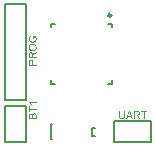
<source format=gto>
%FSLAX25Y25*%
%MOIN*%
G70*
G01*
G75*
G04 Layer_Color=65535*
%ADD10R,0.12992X0.12992*%
%ADD11O,0.02756X0.00984*%
%ADD12O,0.00984X0.02756*%
%ADD13R,0.02953X0.03543*%
%ADD14R,0.02362X0.02362*%
%ADD15R,0.04134X0.05906*%
%ADD16R,0.02362X0.02362*%
%ADD17R,0.04724X0.02362*%
%ADD18C,0.00600*%
%ADD19C,0.01000*%
%ADD20C,0.00800*%
%ADD21C,0.02000*%
%ADD22R,0.01575X0.00192*%
%ADD23R,0.00353X0.00189*%
%ADD24C,0.03937*%
%ADD25R,0.03937X0.03937*%
%ADD26R,0.03937X0.03937*%
%ADD27C,0.02400*%
%ADD28C,0.04000*%
%ADD29R,0.13000X0.57500*%
%ADD30C,0.04362*%
G04:AMPARAMS|DCode=31|XSize=47.622mil|YSize=47.622mil|CornerRadius=0mil|HoleSize=0mil|Usage=FLASHONLY|Rotation=0.000|XOffset=0mil|YOffset=0mil|HoleType=Round|Shape=Relief|Width=10mil|Gap=4mil|Entries=4|*
%AMTHD31*
7,0,0,0.04762,0.03962,0.01000,45*
%
%ADD31THD31*%
%ADD32C,0.03200*%
G04:AMPARAMS|DCode=33|XSize=36mil|YSize=36mil|CornerRadius=0mil|HoleSize=0mil|Usage=FLASHONLY|Rotation=0.000|XOffset=0mil|YOffset=0mil|HoleType=Round|Shape=Relief|Width=10mil|Gap=4mil|Entries=4|*
%AMTHD33*
7,0,0,0.03600,0.02800,0.01000,45*
%
%ADD33THD33*%
%ADD34R,0.10000X0.04000*%
%ADD35O,0.01181X0.03150*%
%ADD36O,0.03150X0.01181*%
%ADD37R,0.07480X0.04331*%
%ADD38R,0.00503X0.00180*%
%ADD39R,0.00237X0.00346*%
%ADD40R,0.00628X0.00256*%
%ADD41R,0.00542X0.00559*%
%ADD42R,0.00369X0.00562*%
%ADD43C,0.00984*%
%ADD44C,0.00787*%
G36*
X813233Y395950D02*
X813261Y395946D01*
X813296Y395942D01*
X813331Y395938D01*
X813370Y395927D01*
X813459Y395903D01*
X813549Y395864D01*
X813596Y395841D01*
X813643Y395813D01*
X813690Y395782D01*
X813733Y395743D01*
X813736Y395739D01*
X813740Y395732D01*
X813752Y395720D01*
X813768Y395704D01*
X813783Y395677D01*
X813803Y395650D01*
X813822Y395615D01*
X813842Y395572D01*
X813865Y395525D01*
X813885Y395470D01*
X813904Y395408D01*
X813920Y395342D01*
X813935Y395264D01*
X813947Y395182D01*
X813951Y395092D01*
X813955Y394994D01*
Y394339D01*
X815000D01*
Y394000D01*
X812438D01*
Y394963D01*
Y394967D01*
Y394975D01*
Y394987D01*
Y395006D01*
Y395049D01*
X812442Y395108D01*
X812446Y395170D01*
X812449Y395236D01*
X812457Y395299D01*
X812465Y395353D01*
Y395357D01*
Y395361D01*
X812473Y395385D01*
X812481Y395420D01*
X812492Y395462D01*
X812508Y395513D01*
X812527Y395564D01*
X812555Y395619D01*
X812586Y395669D01*
X812590Y395673D01*
X812601Y395693D01*
X812621Y395716D01*
X812648Y395743D01*
X812683Y395775D01*
X812726Y395810D01*
X812773Y395845D01*
X812832Y395876D01*
X812839Y395880D01*
X812859Y395888D01*
X812890Y395899D01*
X812933Y395915D01*
X812984Y395931D01*
X813042Y395942D01*
X813109Y395950D01*
X813179Y395954D01*
X813210D01*
X813233Y395950D01*
D02*
G37*
G36*
X815000Y398220D02*
X814470Y397881D01*
X814466D01*
X814458Y397873D01*
X814446Y397865D01*
X814431Y397857D01*
X814392Y397830D01*
X814341Y397795D01*
X814282Y397756D01*
X814224Y397713D01*
X814169Y397674D01*
X814119Y397635D01*
X814115Y397631D01*
X814099Y397619D01*
X814076Y397600D01*
X814048Y397580D01*
X813994Y397522D01*
X813966Y397494D01*
X813947Y397463D01*
X813943Y397459D01*
X813939Y397451D01*
X813931Y397436D01*
X813920Y397416D01*
X813896Y397370D01*
X813877Y397311D01*
Y397307D01*
X813873Y397299D01*
Y397284D01*
X813869Y397264D01*
X813865Y397237D01*
Y397206D01*
X813861Y397167D01*
Y397120D01*
Y396730D01*
X815000D01*
Y396391D01*
X812438D01*
Y397526D01*
Y397530D01*
Y397541D01*
Y397557D01*
Y397580D01*
X812442Y397611D01*
Y397643D01*
X812446Y397721D01*
X812453Y397802D01*
X812469Y397888D01*
X812484Y397970D01*
X812496Y398009D01*
X812508Y398044D01*
Y398048D01*
X812512Y398052D01*
X812520Y398076D01*
X812539Y398107D01*
X812566Y398146D01*
X812598Y398193D01*
X812640Y398239D01*
X812691Y398286D01*
X812754Y398329D01*
X812761Y398333D01*
X812785Y398345D01*
X812820Y398364D01*
X812867Y398384D01*
X812925Y398403D01*
X812992Y398423D01*
X813062Y398434D01*
X813140Y398438D01*
X813167D01*
X813186Y398434D01*
X813210D01*
X813237Y398430D01*
X813300Y398415D01*
X813374Y398395D01*
X813448Y398364D01*
X813526Y398317D01*
X813565Y398290D01*
X813600Y398259D01*
X813608Y398251D01*
X813616Y398239D01*
X813631Y398228D01*
X813643Y398208D01*
X813662Y398185D01*
X813678Y398157D01*
X813697Y398126D01*
X813717Y398091D01*
X813736Y398048D01*
X813756Y398005D01*
X813775Y397955D01*
X813795Y397904D01*
X813811Y397845D01*
X813822Y397783D01*
X813834Y397717D01*
X813838Y397725D01*
X813846Y397740D01*
X813857Y397763D01*
X813873Y397791D01*
X813916Y397857D01*
X813939Y397892D01*
X813963Y397920D01*
X813970Y397927D01*
X813986Y397947D01*
X814017Y397974D01*
X814056Y398009D01*
X814107Y398052D01*
X814165Y398099D01*
X814232Y398150D01*
X814306Y398200D01*
X815000Y398645D01*
Y398220D01*
D02*
G37*
G36*
X813791Y401309D02*
X813826D01*
X813865Y401305D01*
X813908Y401301D01*
X813959Y401293D01*
X814068Y401273D01*
X814185Y401246D01*
X814306Y401207D01*
X814423Y401153D01*
X814427D01*
X814435Y401145D01*
X814450Y401137D01*
X814474Y401125D01*
X814497Y401106D01*
X814528Y401086D01*
X814594Y401040D01*
X814668Y400977D01*
X814746Y400899D01*
X814821Y400809D01*
X814887Y400708D01*
Y400704D01*
X814895Y400696D01*
X814902Y400681D01*
X814910Y400657D01*
X814922Y400630D01*
X814938Y400599D01*
X814949Y400564D01*
X814965Y400521D01*
X814992Y400431D01*
X815020Y400326D01*
X815035Y400209D01*
X815043Y400088D01*
Y400084D01*
Y400072D01*
Y400053D01*
X815039Y400026D01*
Y399994D01*
X815035Y399959D01*
X815027Y399916D01*
X815020Y399869D01*
X815000Y399772D01*
X814969Y399663D01*
X814926Y399550D01*
X814902Y399495D01*
X814871Y399441D01*
X814867Y399437D01*
X814863Y399429D01*
X814852Y399413D01*
X814840Y399394D01*
X814821Y399370D01*
X814801Y399343D01*
X814746Y399281D01*
X814676Y399210D01*
X814598Y399136D01*
X814501Y399070D01*
X814396Y399008D01*
X814392D01*
X814380Y399000D01*
X814364Y398996D01*
X814341Y398984D01*
X814314Y398973D01*
X814282Y398961D01*
X814243Y398949D01*
X814200Y398937D01*
X814154Y398922D01*
X814107Y398910D01*
X813998Y398887D01*
X813881Y398871D01*
X813756Y398863D01*
X813729D01*
X813694Y398867D01*
X813651D01*
X813596Y398875D01*
X813534Y398883D01*
X813467Y398891D01*
X813389Y398906D01*
X813311Y398926D01*
X813229Y398945D01*
X813148Y398973D01*
X813066Y399008D01*
X812984Y399047D01*
X812902Y399090D01*
X812828Y399144D01*
X812757Y399203D01*
X812754Y399206D01*
X812742Y399218D01*
X812722Y399238D01*
X812699Y399265D01*
X812672Y399300D01*
X812644Y399339D01*
X812609Y399386D01*
X812574Y399441D01*
X812543Y399503D01*
X812508Y399569D01*
X812481Y399643D01*
X812449Y399721D01*
X812430Y399803D01*
X812410Y399893D01*
X812399Y399990D01*
X812395Y400088D01*
Y400092D01*
Y400104D01*
Y400123D01*
X812399Y400146D01*
Y400178D01*
X812403Y400217D01*
X812410Y400256D01*
X812414Y400302D01*
X812438Y400400D01*
X812469Y400509D01*
X812508Y400618D01*
X812535Y400673D01*
X812566Y400728D01*
Y400731D01*
X812574Y400739D01*
X812582Y400755D01*
X812598Y400774D01*
X812613Y400798D01*
X812637Y400825D01*
X812687Y400887D01*
X812754Y400958D01*
X812836Y401032D01*
X812929Y401098D01*
X813038Y401160D01*
X813042D01*
X813054Y401168D01*
X813070Y401176D01*
X813093Y401184D01*
X813120Y401195D01*
X813155Y401207D01*
X813194Y401223D01*
X813237Y401238D01*
X813288Y401250D01*
X813339Y401266D01*
X813456Y401289D01*
X813584Y401305D01*
X813725Y401312D01*
X813764D01*
X813791Y401309D01*
D02*
G37*
G36*
X814377Y378134D02*
X814420Y378130D01*
X814471Y378119D01*
X814529Y378107D01*
X814588Y378087D01*
X814646Y378060D01*
X814654Y378056D01*
X814674Y378048D01*
X814701Y378029D01*
X814736Y378010D01*
X814775Y377982D01*
X814814Y377951D01*
X814853Y377912D01*
X814888Y377873D01*
X814892Y377869D01*
X814900Y377853D01*
X814915Y377830D01*
X814935Y377795D01*
X814954Y377756D01*
X814974Y377705D01*
X814993Y377651D01*
X815013Y377592D01*
Y377584D01*
X815021Y377561D01*
X815025Y377526D01*
X815032Y377479D01*
X815040Y377417D01*
X815044Y377346D01*
X815052Y377269D01*
Y377179D01*
Y376204D01*
X812490D01*
Y377163D01*
Y377167D01*
Y377175D01*
Y377190D01*
Y377210D01*
X812494Y377237D01*
Y377265D01*
X812497Y377331D01*
X812509Y377405D01*
X812521Y377483D01*
X812540Y377561D01*
X812568Y377631D01*
Y377635D01*
X812572Y377639D01*
X812583Y377662D01*
X812603Y377694D01*
X812626Y377733D01*
X812661Y377779D01*
X812704Y377826D01*
X812751Y377869D01*
X812809Y377912D01*
X812817Y377916D01*
X812837Y377928D01*
X812872Y377943D01*
X812915Y377963D01*
X812965Y377982D01*
X813020Y377998D01*
X813082Y378010D01*
X813149Y378013D01*
X813176D01*
X813207Y378010D01*
X813250Y378002D01*
X813297Y377990D01*
X813348Y377974D01*
X813406Y377955D01*
X813461Y377924D01*
X813468Y377920D01*
X813484Y377908D01*
X813511Y377885D01*
X813543Y377857D01*
X813582Y377818D01*
X813617Y377772D01*
X813656Y377717D01*
X813691Y377651D01*
Y377655D01*
X813695Y377662D01*
X813699Y377674D01*
X813702Y377690D01*
X813722Y377733D01*
X813745Y377783D01*
X813780Y377842D01*
X813820Y377900D01*
X813866Y377959D01*
X813925Y378010D01*
X813933Y378013D01*
X813952Y378029D01*
X813987Y378048D01*
X814034Y378076D01*
X814093Y378099D01*
X814155Y378119D01*
X814229Y378134D01*
X814311Y378138D01*
X814342D01*
X814377Y378134D01*
D02*
G37*
G36*
X812790Y379597D02*
X815052D01*
Y379257D01*
X812790D01*
Y378415D01*
X812490D01*
Y380439D01*
X812790D01*
Y379597D01*
D02*
G37*
G36*
X815052Y381531D02*
X813047D01*
X813051Y381527D01*
X813067Y381512D01*
X813086Y381484D01*
X813114Y381449D01*
X813149Y381406D01*
X813184Y381356D01*
X813227Y381297D01*
X813266Y381231D01*
Y381227D01*
X813270Y381223D01*
X813285Y381200D01*
X813305Y381165D01*
X813328Y381122D01*
X813355Y381071D01*
X813379Y381016D01*
X813406Y380958D01*
X813430Y380903D01*
X813121D01*
Y380907D01*
X813118Y380915D01*
X813110Y380931D01*
X813098Y380946D01*
X813086Y380970D01*
X813075Y380997D01*
X813039Y381059D01*
X812997Y381130D01*
X812946Y381207D01*
X812887Y381286D01*
X812825Y381360D01*
X812821Y381364D01*
X812817Y381367D01*
X812794Y381391D01*
X812759Y381426D01*
X812716Y381469D01*
X812661Y381516D01*
X812603Y381562D01*
X812540Y381605D01*
X812478Y381640D01*
Y381847D01*
X815052D01*
Y381531D01*
D02*
G37*
G36*
X814649Y404027D02*
X814653Y404019D01*
X814665Y404007D01*
X814676Y403988D01*
X814696Y403965D01*
X814711Y403937D01*
X814758Y403871D01*
X814805Y403793D01*
X814856Y403707D01*
X814902Y403610D01*
X814945Y403512D01*
Y403508D01*
X814949Y403500D01*
X814953Y403485D01*
X814961Y403465D01*
X814969Y403442D01*
X814977Y403415D01*
X814984Y403379D01*
X814992Y403344D01*
X815012Y403263D01*
X815027Y403173D01*
X815039Y403071D01*
X815043Y402970D01*
Y402966D01*
Y402954D01*
Y402935D01*
X815039Y402908D01*
Y402873D01*
X815035Y402834D01*
X815031Y402791D01*
X815023Y402744D01*
X815004Y402635D01*
X814977Y402522D01*
X814938Y402401D01*
X814883Y402284D01*
X814879Y402280D01*
X814875Y402272D01*
X814867Y402252D01*
X814852Y402233D01*
X814836Y402206D01*
X814817Y402178D01*
X814766Y402112D01*
X814700Y402034D01*
X814618Y401960D01*
X814524Y401886D01*
X814419Y401820D01*
X814415D01*
X814403Y401812D01*
X814388Y401804D01*
X814364Y401796D01*
X814337Y401784D01*
X814302Y401769D01*
X814263Y401757D01*
X814216Y401742D01*
X814169Y401726D01*
X814115Y401714D01*
X813998Y401687D01*
X813869Y401671D01*
X813733Y401663D01*
X813697D01*
X813670Y401667D01*
X813635D01*
X813596Y401671D01*
X813553Y401675D01*
X813506Y401683D01*
X813397Y401702D01*
X813280Y401730D01*
X813155Y401769D01*
X813034Y401820D01*
X813031D01*
X813019Y401827D01*
X813003Y401835D01*
X812980Y401847D01*
X812953Y401866D01*
X812925Y401886D01*
X812851Y401933D01*
X812773Y401999D01*
X812695Y402073D01*
X812621Y402167D01*
X812586Y402213D01*
X812555Y402268D01*
Y402272D01*
X812547Y402280D01*
X812539Y402299D01*
X812531Y402319D01*
X812516Y402346D01*
X812504Y402381D01*
X812488Y402420D01*
X812473Y402463D01*
X812461Y402510D01*
X812446Y402561D01*
X812418Y402677D01*
X812403Y402802D01*
X812395Y402943D01*
Y402947D01*
Y402954D01*
Y402970D01*
Y402989D01*
X812399Y403013D01*
Y403044D01*
X812407Y403110D01*
X812418Y403185D01*
X812434Y403270D01*
X812457Y403356D01*
X812488Y403442D01*
Y403446D01*
X812492Y403454D01*
X812496Y403465D01*
X812504Y403481D01*
X812523Y403520D01*
X812555Y403571D01*
X812590Y403629D01*
X812633Y403688D01*
X812679Y403746D01*
X812738Y403797D01*
X812746Y403801D01*
X812765Y403816D01*
X812800Y403840D01*
X812851Y403871D01*
X812910Y403902D01*
X812980Y403933D01*
X813062Y403965D01*
X813155Y403992D01*
X813241Y403684D01*
X813237D01*
X813233Y403680D01*
X813210Y403676D01*
X813175Y403660D01*
X813128Y403645D01*
X813081Y403625D01*
X813031Y403602D01*
X812980Y403575D01*
X812933Y403543D01*
X812929Y403539D01*
X812914Y403528D01*
X812894Y403508D01*
X812867Y403481D01*
X812839Y403446D01*
X812808Y403403D01*
X812781Y403356D01*
X812754Y403298D01*
X812750Y403290D01*
X812742Y403270D01*
X812730Y403235D01*
X812718Y403192D01*
X812707Y403142D01*
X812695Y403083D01*
X812687Y403017D01*
X812683Y402947D01*
Y402943D01*
Y402935D01*
Y402923D01*
Y402908D01*
X812687Y402865D01*
X812691Y402810D01*
X812703Y402748D01*
X812715Y402677D01*
X812734Y402611D01*
X812757Y402545D01*
X812761Y402537D01*
X812769Y402518D01*
X812785Y402486D01*
X812808Y402447D01*
X812836Y402404D01*
X812867Y402358D01*
X812902Y402315D01*
X812945Y402272D01*
X812949Y402268D01*
X812964Y402256D01*
X812988Y402237D01*
X813019Y402213D01*
X813058Y402186D01*
X813101Y402159D01*
X813148Y402135D01*
X813198Y402112D01*
X813202D01*
X813210Y402108D01*
X813222Y402104D01*
X813241Y402096D01*
X813261Y402089D01*
X813288Y402081D01*
X813350Y402065D01*
X813428Y402046D01*
X813514Y402030D01*
X813612Y402018D01*
X813713Y402014D01*
X813744D01*
X813772Y402018D01*
X813799D01*
X813834Y402022D01*
X813873Y402026D01*
X813912Y402030D01*
X814005Y402042D01*
X814103Y402065D01*
X814197Y402093D01*
X814290Y402132D01*
X814294D01*
X814302Y402135D01*
X814314Y402143D01*
X814329Y402155D01*
X814368Y402182D01*
X814419Y402217D01*
X814474Y402264D01*
X814532Y402323D01*
X814587Y402393D01*
X814633Y402471D01*
Y402475D01*
X814637Y402483D01*
X814645Y402494D01*
X814649Y402510D01*
X814657Y402529D01*
X814668Y402557D01*
X814688Y402615D01*
X814707Y402689D01*
X814727Y402767D01*
X814739Y402857D01*
X814743Y402950D01*
Y402954D01*
Y402962D01*
Y402974D01*
Y402989D01*
X814739Y403032D01*
X814731Y403087D01*
X814723Y403149D01*
X814707Y403224D01*
X814688Y403301D01*
X814661Y403379D01*
Y403383D01*
X814657Y403387D01*
X814653Y403399D01*
X814645Y403415D01*
X814629Y403454D01*
X814606Y403500D01*
X814579Y403551D01*
X814548Y403602D01*
X814513Y403652D01*
X814477Y403699D01*
X813994D01*
Y402947D01*
X813694D01*
Y404031D01*
X814645D01*
X814649Y404027D01*
D02*
G37*
G36*
X851880Y378533D02*
X851037D01*
Y376271D01*
X850698D01*
Y378533D01*
X849855D01*
Y378833D01*
X851880D01*
Y378533D01*
D02*
G37*
G36*
X844512Y377351D02*
Y377347D01*
Y377335D01*
Y377316D01*
Y377289D01*
X844508Y377254D01*
Y377218D01*
X844505Y377175D01*
X844501Y377129D01*
X844489Y377031D01*
X844473Y376930D01*
X844454Y376828D01*
X844423Y376739D01*
Y376735D01*
X844419Y376727D01*
X844415Y376715D01*
X844407Y376700D01*
X844384Y376661D01*
X844353Y376606D01*
X844310Y376548D01*
X844255Y376485D01*
X844185Y376427D01*
X844107Y376368D01*
X844103D01*
X844095Y376360D01*
X844083Y376357D01*
X844064Y376345D01*
X844044Y376337D01*
X844017Y376325D01*
X843982Y376310D01*
X843947Y376298D01*
X843908Y376286D01*
X843861Y376271D01*
X843814Y376259D01*
X843760Y376251D01*
X843643Y376236D01*
X843510Y376228D01*
X843475D01*
X843452Y376232D01*
X843420D01*
X843385Y376236D01*
X843346Y376239D01*
X843303Y376243D01*
X843210Y376259D01*
X843112Y376278D01*
X843011Y376310D01*
X842921Y376349D01*
X842917D01*
X842910Y376357D01*
X842902Y376360D01*
X842886Y376372D01*
X842843Y376399D01*
X842796Y376442D01*
X842742Y376493D01*
X842691Y376552D01*
X842640Y376626D01*
X842597Y376708D01*
Y376711D01*
X842594Y376719D01*
X842590Y376731D01*
X842582Y376750D01*
X842574Y376774D01*
X842566Y376805D01*
X842558Y376840D01*
X842551Y376879D01*
X842539Y376922D01*
X842531Y376969D01*
X842523Y377023D01*
X842516Y377078D01*
X842508Y377140D01*
X842504Y377207D01*
X842500Y377277D01*
Y377351D01*
Y378833D01*
X842839D01*
Y377351D01*
Y377347D01*
Y377335D01*
Y377320D01*
Y377296D01*
Y377269D01*
X842843Y377238D01*
X842847Y377164D01*
X842855Y377086D01*
X842863Y377004D01*
X842878Y376926D01*
X842886Y376891D01*
X842898Y376860D01*
X842902Y376852D01*
X842910Y376832D01*
X842925Y376805D01*
X842949Y376770D01*
X842976Y376731D01*
X843015Y376688D01*
X843058Y376649D01*
X843112Y376614D01*
X843120Y376610D01*
X843140Y376602D01*
X843171Y376587D01*
X843214Y376575D01*
X843268Y376559D01*
X843331Y376544D01*
X843401Y376536D01*
X843479Y376532D01*
X843514D01*
X843541Y376536D01*
X843573D01*
X843608Y376540D01*
X843686Y376552D01*
X843775Y376575D01*
X843861Y376602D01*
X843943Y376645D01*
X843982Y376669D01*
X844013Y376700D01*
Y376704D01*
X844021Y376708D01*
X844029Y376719D01*
X844037Y376735D01*
X844052Y376754D01*
X844064Y376778D01*
X844079Y376809D01*
X844095Y376844D01*
X844107Y376887D01*
X844122Y376934D01*
X844138Y376984D01*
X844150Y377047D01*
X844158Y377113D01*
X844165Y377183D01*
X844173Y377265D01*
Y377351D01*
Y378833D01*
X844512D01*
Y377351D01*
D02*
G37*
G36*
X848689Y378829D02*
X848720D01*
X848798Y378825D01*
X848880Y378817D01*
X848966Y378802D01*
X849048Y378786D01*
X849087Y378774D01*
X849122Y378763D01*
X849126D01*
X849130Y378759D01*
X849153Y378751D01*
X849185Y378732D01*
X849224Y378704D01*
X849270Y378673D01*
X849317Y378630D01*
X849364Y378579D01*
X849407Y378517D01*
X849411Y378509D01*
X849422Y378486D01*
X849442Y378451D01*
X849461Y378404D01*
X849481Y378345D01*
X849500Y378279D01*
X849512Y378209D01*
X849516Y378131D01*
Y378127D01*
Y378119D01*
Y378104D01*
X849512Y378084D01*
Y378061D01*
X849508Y378033D01*
X849493Y377971D01*
X849473Y377897D01*
X849442Y377823D01*
X849395Y377745D01*
X849368Y377706D01*
X849337Y377671D01*
X849329Y377663D01*
X849317Y377655D01*
X849306Y377640D01*
X849286Y377628D01*
X849263Y377608D01*
X849235Y377593D01*
X849204Y377573D01*
X849169Y377554D01*
X849126Y377534D01*
X849083Y377515D01*
X849032Y377495D01*
X848982Y377476D01*
X848923Y377460D01*
X848861Y377449D01*
X848795Y377437D01*
X848802Y377433D01*
X848818Y377425D01*
X848841Y377413D01*
X848869Y377398D01*
X848935Y377355D01*
X848970Y377331D01*
X848997Y377308D01*
X849005Y377300D01*
X849025Y377285D01*
X849052Y377254D01*
X849087Y377215D01*
X849130Y377164D01*
X849177Y377105D01*
X849228Y377039D01*
X849278Y376965D01*
X849723Y376271D01*
X849298D01*
X848958Y376801D01*
Y376805D01*
X848951Y376813D01*
X848943Y376824D01*
X848935Y376840D01*
X848908Y376879D01*
X848873Y376930D01*
X848834Y376988D01*
X848791Y377047D01*
X848752Y377101D01*
X848713Y377152D01*
X848709Y377156D01*
X848697Y377172D01*
X848678Y377195D01*
X848658Y377222D01*
X848600Y377277D01*
X848572Y377304D01*
X848541Y377324D01*
X848537Y377328D01*
X848529Y377331D01*
X848514Y377339D01*
X848494Y377351D01*
X848448Y377374D01*
X848389Y377394D01*
X848385D01*
X848377Y377398D01*
X848362D01*
X848342Y377402D01*
X848315Y377406D01*
X848284D01*
X848245Y377410D01*
X847808D01*
Y376271D01*
X847469D01*
Y378833D01*
X848658D01*
X848689Y378829D01*
D02*
G37*
G36*
X847188Y376271D02*
X846806D01*
X846509Y377047D01*
X845433D01*
X845156Y376271D01*
X844797D01*
X845776Y378833D01*
X846146D01*
X847188Y376271D01*
D02*
G37*
%LPC*%
G36*
X848615Y378548D02*
X847808D01*
Y377702D01*
X848572D01*
X848615Y377706D01*
X848666Y377710D01*
X848724Y377714D01*
X848787Y377722D01*
X848845Y377733D01*
X848896Y377749D01*
X848904Y377753D01*
X848919Y377757D01*
X848943Y377768D01*
X848970Y377784D01*
X849001Y377807D01*
X849036Y377835D01*
X849068Y377866D01*
X849095Y377901D01*
X849099Y377905D01*
X849107Y377920D01*
X849118Y377940D01*
X849130Y377971D01*
X849142Y378002D01*
X849153Y378041D01*
X849161Y378084D01*
X849165Y378131D01*
Y378135D01*
Y378139D01*
Y378162D01*
X849157Y378193D01*
X849150Y378236D01*
X849134Y378283D01*
X849111Y378334D01*
X849075Y378384D01*
X849032Y378431D01*
X849025Y378435D01*
X849009Y378451D01*
X848974Y378470D01*
X848931Y378490D01*
X848873Y378513D01*
X848802Y378529D01*
X848717Y378544D01*
X848615Y378548D01*
D02*
G37*
G36*
X813188Y377678D02*
X813164D01*
X813141Y377674D01*
X813110Y377670D01*
X813075Y377662D01*
X813039Y377651D01*
X813000Y377635D01*
X812961Y377616D01*
X812958Y377612D01*
X812946Y377604D01*
X812930Y377588D01*
X812907Y377569D01*
X812887Y377545D01*
X812864Y377514D01*
X812844Y377479D01*
X812829Y377440D01*
Y377436D01*
X812821Y377417D01*
X812817Y377389D01*
X812809Y377350D01*
X812802Y377296D01*
X812798Y377229D01*
X812790Y377148D01*
Y377050D01*
Y376543D01*
X813570D01*
Y377093D01*
Y377097D01*
Y377105D01*
Y377116D01*
Y377128D01*
Y377171D01*
X813566Y377218D01*
X813562Y377272D01*
X813558Y377327D01*
X813550Y377374D01*
X813543Y377417D01*
X813539Y377421D01*
X813535Y377436D01*
X813527Y377460D01*
X813511Y377491D01*
X813496Y377522D01*
X813472Y377553D01*
X813445Y377584D01*
X813414Y377612D01*
X813410Y377616D01*
X813398Y377623D01*
X813379Y377631D01*
X813352Y377647D01*
X813320Y377659D01*
X813281Y377666D01*
X813238Y377674D01*
X813188Y377678D01*
D02*
G37*
G36*
X814311Y377787D02*
X814287D01*
X814260Y377783D01*
X814229Y377779D01*
X814190Y377768D01*
X814147Y377756D01*
X814104Y377736D01*
X814065Y377709D01*
X814061Y377705D01*
X814046Y377697D01*
X814030Y377678D01*
X814007Y377655D01*
X813979Y377627D01*
X813956Y377592D01*
X813933Y377553D01*
X813913Y377506D01*
X813909Y377499D01*
X813905Y377483D01*
X813898Y377452D01*
X813890Y377413D01*
X813882Y377358D01*
X813878Y377296D01*
X813870Y377218D01*
Y377132D01*
Y376543D01*
X814752D01*
Y377179D01*
Y377187D01*
Y377206D01*
Y377233D01*
Y377269D01*
X814748Y377346D01*
X814744Y377382D01*
X814740Y377409D01*
Y377413D01*
X814736Y377428D01*
X814732Y377452D01*
X814724Y377479D01*
X814705Y377541D01*
X814674Y377604D01*
X814670Y377608D01*
X814666Y377620D01*
X814654Y377631D01*
X814635Y377651D01*
X814615Y377674D01*
X814592Y377694D01*
X814561Y377717D01*
X814529Y377736D01*
X814525Y377740D01*
X814514Y377744D01*
X814494Y377752D01*
X814467Y377764D01*
X814436Y377772D01*
X814397Y377779D01*
X814358Y377783D01*
X814311Y377787D01*
D02*
G37*
G36*
X845951Y378568D02*
Y378564D01*
X845948Y378556D01*
Y378544D01*
X845944Y378525D01*
X845936Y378502D01*
X845928Y378474D01*
X845912Y378412D01*
X845893Y378334D01*
X845870Y378252D01*
X845842Y378162D01*
X845811Y378073D01*
X845530Y377324D01*
X846400D01*
X846135Y378030D01*
Y378033D01*
X846131Y378045D01*
X846123Y378061D01*
X846115Y378084D01*
X846104Y378112D01*
X846092Y378143D01*
X846068Y378217D01*
X846037Y378303D01*
X846006Y378392D01*
X845979Y378482D01*
X845951Y378568D01*
D02*
G37*
G36*
X813140Y398087D02*
X813109D01*
X813077Y398079D01*
X813034Y398072D01*
X812988Y398056D01*
X812937Y398033D01*
X812886Y397997D01*
X812839Y397955D01*
X812836Y397947D01*
X812820Y397931D01*
X812800Y397896D01*
X812781Y397853D01*
X812757Y397795D01*
X812742Y397725D01*
X812726Y397639D01*
X812722Y397537D01*
Y396730D01*
X813569D01*
Y397455D01*
Y397459D01*
Y397467D01*
Y397479D01*
Y397494D01*
X813565Y397537D01*
X813561Y397588D01*
X813557Y397646D01*
X813549Y397709D01*
X813538Y397767D01*
X813522Y397818D01*
X813518Y397826D01*
X813514Y397842D01*
X813502Y397865D01*
X813487Y397892D01*
X813463Y397923D01*
X813436Y397958D01*
X813405Y397990D01*
X813370Y398017D01*
X813366Y398021D01*
X813350Y398029D01*
X813331Y398040D01*
X813300Y398052D01*
X813268Y398064D01*
X813229Y398076D01*
X813186Y398083D01*
X813140Y398087D01*
D02*
G37*
G36*
X813190Y395603D02*
X813163D01*
X813132Y395599D01*
X813093Y395591D01*
X813050Y395583D01*
X813003Y395568D01*
X812956Y395548D01*
X812914Y395521D01*
X812910Y395517D01*
X812894Y395505D01*
X812875Y395490D01*
X812851Y395462D01*
X812828Y395431D01*
X812800Y395396D01*
X812781Y395353D01*
X812761Y395306D01*
Y395303D01*
X812757Y395291D01*
X812754Y395268D01*
X812750Y395236D01*
X812746Y395193D01*
X812742Y395139D01*
X812738Y395069D01*
Y394991D01*
Y394339D01*
X813655D01*
Y394998D01*
Y395002D01*
Y395014D01*
Y395030D01*
X813651Y395053D01*
Y395080D01*
X813647Y395108D01*
X813639Y395178D01*
X813623Y395256D01*
X813604Y395334D01*
X813573Y395404D01*
X813553Y395435D01*
X813534Y395462D01*
X813530Y395470D01*
X813510Y395486D01*
X813483Y395505D01*
X813444Y395533D01*
X813397Y395560D01*
X813339Y395580D01*
X813268Y395595D01*
X813190Y395603D01*
D02*
G37*
G36*
X813725Y400961D02*
X813674D01*
X813647Y400958D01*
X813612D01*
X813538Y400950D01*
X813456Y400934D01*
X813362Y400915D01*
X813268Y400887D01*
X813179Y400852D01*
X813175D01*
X813167Y400848D01*
X813155Y400841D01*
X813140Y400833D01*
X813097Y400809D01*
X813046Y400774D01*
X812988Y400731D01*
X812925Y400677D01*
X812867Y400614D01*
X812816Y400544D01*
Y400540D01*
X812812Y400536D01*
X812804Y400525D01*
X812796Y400509D01*
X812777Y400466D01*
X812750Y400412D01*
X812726Y400345D01*
X812707Y400267D01*
X812691Y400181D01*
X812687Y400088D01*
Y400084D01*
Y400072D01*
Y400053D01*
X812691Y400029D01*
X812695Y399998D01*
X812699Y399959D01*
X812707Y399920D01*
X812718Y399877D01*
X812750Y399780D01*
X812769Y399729D01*
X812793Y399678D01*
X812820Y399624D01*
X812855Y399573D01*
X812894Y399522D01*
X812937Y399472D01*
X812941Y399468D01*
X812949Y399460D01*
X812964Y399448D01*
X812984Y399433D01*
X813011Y399413D01*
X813046Y399390D01*
X813085Y399366D01*
X813132Y399343D01*
X813186Y399320D01*
X813245Y399296D01*
X813311Y399273D01*
X813389Y399253D01*
X813471Y399238D01*
X813557Y399226D01*
X813655Y399218D01*
X813760Y399214D01*
X813803D01*
X813838Y399218D01*
X813877Y399222D01*
X813920Y399226D01*
X813970Y399234D01*
X814025Y399246D01*
X814142Y399273D01*
X814200Y399296D01*
X814263Y399320D01*
X814321Y399347D01*
X814380Y399378D01*
X814438Y399417D01*
X814489Y399460D01*
X814493Y399464D01*
X814501Y399472D01*
X814513Y399487D01*
X814532Y399507D01*
X814552Y399530D01*
X814571Y399557D01*
X814598Y399593D01*
X814622Y399632D01*
X814645Y399675D01*
X814668Y399721D01*
X814692Y399772D01*
X814711Y399831D01*
X814731Y399889D01*
X814743Y399951D01*
X814750Y400014D01*
X814754Y400084D01*
Y400088D01*
Y400100D01*
Y400119D01*
X814750Y400146D01*
X814746Y400181D01*
X814739Y400217D01*
X814731Y400259D01*
X814719Y400306D01*
X814688Y400404D01*
X814668Y400458D01*
X814641Y400509D01*
X814610Y400564D01*
X814575Y400614D01*
X814536Y400665D01*
X814489Y400712D01*
X814485Y400716D01*
X814477Y400724D01*
X814462Y400735D01*
X814438Y400751D01*
X814411Y400770D01*
X814376Y400790D01*
X814337Y400813D01*
X814294Y400837D01*
X814240Y400860D01*
X814185Y400883D01*
X814122Y400903D01*
X814052Y400922D01*
X813978Y400938D01*
X813900Y400950D01*
X813814Y400958D01*
X813725Y400961D01*
D02*
G37*
%LPD*%
D43*
X839900Y410800D02*
G03*
X839900Y410800I-492J0D01*
G01*
D44*
X838858Y387961D02*
X840039D01*
Y389142D01*
Y406858D02*
Y408039D01*
X838858D02*
X840039D01*
X819961Y406858D02*
Y408039D01*
X821142D01*
X819961Y387961D02*
Y389142D01*
Y387961D02*
X821142D01*
X833606Y373378D02*
X834394D01*
X833606Y370622D02*
X834394D01*
X833606D02*
Y373378D01*
X819803Y374559D02*
X820197D01*
X819803Y369441D02*
X820197D01*
X819803D02*
Y374559D01*
X804457Y382457D02*
Y414543D01*
X811543D01*
X804457Y382457D02*
X811543D01*
Y414543D01*
Y368457D02*
Y380543D01*
X804457Y368457D02*
X811543D01*
X804457D02*
Y380543D01*
X811543D01*
X840957Y375543D02*
X853043D01*
Y368457D02*
Y375543D01*
X840957Y368457D02*
X853043D01*
X840957D02*
Y375543D01*
M02*

</source>
